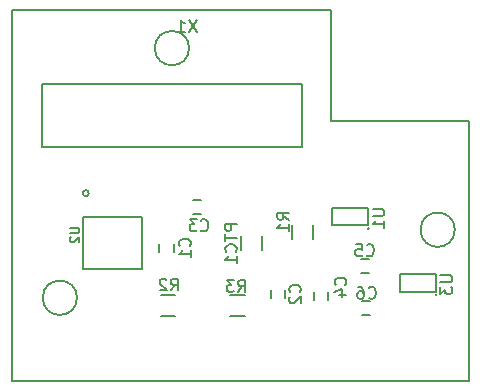
<source format=gbr>
G04 #@! TF.FileFunction,Legend,Bot*
%FSLAX46Y46*%
G04 Gerber Fmt 4.6, Leading zero omitted, Abs format (unit mm)*
G04 Created by KiCad (PCBNEW 4.0.2-stable) date 04/04/2016 12:36:13*
%MOMM*%
G01*
G04 APERTURE LIST*
%ADD10C,0.100000*%
%ADD11C,0.150000*%
%ADD12C,0.203200*%
%ADD13C,0.050000*%
%ADD14C,0.152400*%
G04 APERTURE END LIST*
D10*
D11*
X138272205Y-108370000D02*
G75*
G03X138272205Y-108370000I-1452205J0D01*
G01*
X147762205Y-87232205D02*
G75*
G03X147762205Y-87232205I-1452205J0D01*
G01*
X170260000Y-102610000D02*
G75*
G03X170260000Y-102610000I-1452205J0D01*
G01*
X138272205Y-108370000D02*
G75*
G03X138272205Y-108370000I-1452205J0D01*
G01*
X157300000Y-95600000D02*
X135300000Y-95600000D01*
X157300000Y-90300000D02*
X157300000Y-95600000D01*
X135300000Y-90300000D02*
X157300000Y-90300000D01*
X135300000Y-95600000D02*
X135300000Y-90300000D01*
X171500000Y-115400000D02*
X132800000Y-115400000D01*
X171500000Y-115200000D02*
X171500000Y-115400000D01*
X171500000Y-111400000D02*
X171500000Y-115200000D01*
X171500000Y-103100000D02*
X171500000Y-111400000D01*
X171500000Y-93400000D02*
X171500000Y-103100000D01*
X159800000Y-93400000D02*
X171500000Y-93400000D01*
X159800000Y-84000000D02*
X159800000Y-93400000D01*
X132800000Y-84000000D02*
X159800000Y-84000000D01*
X132800000Y-84400000D02*
X132800000Y-84000000D01*
X132800000Y-85400000D02*
X132800000Y-84400000D01*
X132800000Y-115400000D02*
X132800000Y-85400000D01*
D12*
X139268200Y-99517200D02*
G75*
G03X139268200Y-99517200I-254000J0D01*
G01*
X138800840Y-105907840D02*
X138800840Y-101508560D01*
X138800840Y-101508560D02*
X143799560Y-101508560D01*
X143799560Y-101508560D02*
X143799560Y-105907840D01*
X143799560Y-105907840D02*
X138800840Y-105907840D01*
D11*
X153910000Y-104333600D02*
X153910000Y-103133600D01*
X152160000Y-103133600D02*
X152160000Y-104333600D01*
X158253400Y-103393800D02*
X158253400Y-102193800D01*
X156503400Y-102193800D02*
X156503400Y-103393800D01*
X145348400Y-109891800D02*
X146548400Y-109891800D01*
X146548400Y-108141800D02*
X145348400Y-108141800D01*
X151266600Y-109891800D02*
X152466600Y-109891800D01*
X152466600Y-108141800D02*
X151266600Y-108141800D01*
D13*
X163040000Y-102543000D02*
G75*
G03X163040000Y-102543000I-100000J0D01*
G01*
D11*
X162940000Y-100793000D02*
X159840000Y-100793000D01*
X162940000Y-102243000D02*
X162940000Y-100793000D01*
X159840000Y-102243000D02*
X159840000Y-100793000D01*
X162940000Y-102243000D02*
X159840000Y-102243000D01*
D13*
X168780400Y-108142600D02*
G75*
G03X168780400Y-108142600I-100000J0D01*
G01*
D11*
X168680400Y-106392600D02*
X165580400Y-106392600D01*
X168680400Y-107842600D02*
X168680400Y-106392600D01*
X165580400Y-107842600D02*
X165580400Y-106392600D01*
X168680400Y-107842600D02*
X165580400Y-107842600D01*
X145246800Y-103790000D02*
X145246800Y-104490000D01*
X146446800Y-104490000D02*
X146446800Y-103790000D01*
X155870200Y-108427000D02*
X155870200Y-107727000D01*
X154670200Y-107727000D02*
X154670200Y-108427000D01*
X148762200Y-100085600D02*
X148062200Y-100085600D01*
X148062200Y-101285600D02*
X148762200Y-101285600D01*
X159527800Y-108579400D02*
X159527800Y-107879400D01*
X158327800Y-107879400D02*
X158327800Y-108579400D01*
X162286200Y-106264000D02*
X162986200Y-106264000D01*
X162986200Y-105064000D02*
X162286200Y-105064000D01*
X162413200Y-109870800D02*
X163113200Y-109870800D01*
X163113200Y-108670800D02*
X162413200Y-108670800D01*
D14*
X137682514Y-102467229D02*
X138299371Y-102467229D01*
X138371943Y-102503514D01*
X138408229Y-102539800D01*
X138444514Y-102612371D01*
X138444514Y-102757514D01*
X138408229Y-102830086D01*
X138371943Y-102866371D01*
X138299371Y-102902657D01*
X137682514Y-102902657D01*
X137755086Y-103229229D02*
X137718800Y-103265515D01*
X137682514Y-103338086D01*
X137682514Y-103519515D01*
X137718800Y-103592086D01*
X137755086Y-103628372D01*
X137827657Y-103664657D01*
X137900229Y-103664657D01*
X138009086Y-103628372D01*
X138444514Y-103192943D01*
X138444514Y-103664657D01*
D11*
X151810981Y-102139952D02*
X150810981Y-102139952D01*
X150810981Y-102520905D01*
X150858600Y-102616143D01*
X150906219Y-102663762D01*
X151001457Y-102711381D01*
X151144314Y-102711381D01*
X151239552Y-102663762D01*
X151287171Y-102616143D01*
X151334790Y-102520905D01*
X151334790Y-102139952D01*
X150810981Y-102997095D02*
X150810981Y-103568524D01*
X151810981Y-103282809D02*
X150810981Y-103282809D01*
X151715743Y-104473286D02*
X151763362Y-104425667D01*
X151810981Y-104282810D01*
X151810981Y-104187572D01*
X151763362Y-104044714D01*
X151668124Y-103949476D01*
X151572886Y-103901857D01*
X151382410Y-103854238D01*
X151239552Y-103854238D01*
X151049076Y-103901857D01*
X150953838Y-103949476D01*
X150858600Y-104044714D01*
X150810981Y-104187572D01*
X150810981Y-104282810D01*
X150858600Y-104425667D01*
X150906219Y-104473286D01*
X151810981Y-105425667D02*
X151810981Y-104854238D01*
X151810981Y-105139952D02*
X150810981Y-105139952D01*
X150953838Y-105044714D01*
X151049076Y-104949476D01*
X151096695Y-104854238D01*
X156230581Y-101763534D02*
X155754390Y-101430200D01*
X156230581Y-101192105D02*
X155230581Y-101192105D01*
X155230581Y-101573058D01*
X155278200Y-101668296D01*
X155325819Y-101715915D01*
X155421057Y-101763534D01*
X155563914Y-101763534D01*
X155659152Y-101715915D01*
X155706771Y-101668296D01*
X155754390Y-101573058D01*
X155754390Y-101192105D01*
X156230581Y-102715915D02*
X156230581Y-102144486D01*
X156230581Y-102430200D02*
X155230581Y-102430200D01*
X155373438Y-102334962D01*
X155468676Y-102239724D01*
X155516295Y-102144486D01*
X146216666Y-107741981D02*
X146550000Y-107265790D01*
X146788095Y-107741981D02*
X146788095Y-106741981D01*
X146407142Y-106741981D01*
X146311904Y-106789600D01*
X146264285Y-106837219D01*
X146216666Y-106932457D01*
X146216666Y-107075314D01*
X146264285Y-107170552D01*
X146311904Y-107218171D01*
X146407142Y-107265790D01*
X146788095Y-107265790D01*
X145835714Y-106837219D02*
X145788095Y-106789600D01*
X145692857Y-106741981D01*
X145454761Y-106741981D01*
X145359523Y-106789600D01*
X145311904Y-106837219D01*
X145264285Y-106932457D01*
X145264285Y-107027695D01*
X145311904Y-107170552D01*
X145883333Y-107741981D01*
X145264285Y-107741981D01*
X151906266Y-107868981D02*
X152239600Y-107392790D01*
X152477695Y-107868981D02*
X152477695Y-106868981D01*
X152096742Y-106868981D01*
X152001504Y-106916600D01*
X151953885Y-106964219D01*
X151906266Y-107059457D01*
X151906266Y-107202314D01*
X151953885Y-107297552D01*
X152001504Y-107345171D01*
X152096742Y-107392790D01*
X152477695Y-107392790D01*
X151572933Y-106868981D02*
X150953885Y-106868981D01*
X151287219Y-107249933D01*
X151144361Y-107249933D01*
X151049123Y-107297552D01*
X151001504Y-107345171D01*
X150953885Y-107440410D01*
X150953885Y-107678505D01*
X151001504Y-107773743D01*
X151049123Y-107821362D01*
X151144361Y-107868981D01*
X151430076Y-107868981D01*
X151525314Y-107821362D01*
X151572933Y-107773743D01*
X163292381Y-100881095D02*
X164101905Y-100881095D01*
X164197143Y-100928714D01*
X164244762Y-100976333D01*
X164292381Y-101071571D01*
X164292381Y-101262048D01*
X164244762Y-101357286D01*
X164197143Y-101404905D01*
X164101905Y-101452524D01*
X163292381Y-101452524D01*
X164292381Y-102452524D02*
X164292381Y-101881095D01*
X164292381Y-102166809D02*
X163292381Y-102166809D01*
X163435238Y-102071571D01*
X163530476Y-101976333D01*
X163578095Y-101881095D01*
X169032781Y-106480695D02*
X169842305Y-106480695D01*
X169937543Y-106528314D01*
X169985162Y-106575933D01*
X170032781Y-106671171D01*
X170032781Y-106861648D01*
X169985162Y-106956886D01*
X169937543Y-107004505D01*
X169842305Y-107052124D01*
X169032781Y-107052124D01*
X169032781Y-107433076D02*
X169032781Y-108052124D01*
X169413733Y-107718790D01*
X169413733Y-107861648D01*
X169461352Y-107956886D01*
X169508971Y-108004505D01*
X169604210Y-108052124D01*
X169842305Y-108052124D01*
X169937543Y-108004505D01*
X169985162Y-107956886D01*
X170032781Y-107861648D01*
X170032781Y-107575933D01*
X169985162Y-107480695D01*
X169937543Y-107433076D01*
X147804143Y-103973334D02*
X147851762Y-103925715D01*
X147899381Y-103782858D01*
X147899381Y-103687620D01*
X147851762Y-103544762D01*
X147756524Y-103449524D01*
X147661286Y-103401905D01*
X147470810Y-103354286D01*
X147327952Y-103354286D01*
X147137476Y-103401905D01*
X147042238Y-103449524D01*
X146947000Y-103544762D01*
X146899381Y-103687620D01*
X146899381Y-103782858D01*
X146947000Y-103925715D01*
X146994619Y-103973334D01*
X147899381Y-104925715D02*
X147899381Y-104354286D01*
X147899381Y-104640000D02*
X146899381Y-104640000D01*
X147042238Y-104544762D01*
X147137476Y-104449524D01*
X147185095Y-104354286D01*
X157125943Y-107884934D02*
X157173562Y-107837315D01*
X157221181Y-107694458D01*
X157221181Y-107599220D01*
X157173562Y-107456362D01*
X157078324Y-107361124D01*
X156983086Y-107313505D01*
X156792610Y-107265886D01*
X156649752Y-107265886D01*
X156459276Y-107313505D01*
X156364038Y-107361124D01*
X156268800Y-107456362D01*
X156221181Y-107599220D01*
X156221181Y-107694458D01*
X156268800Y-107837315D01*
X156316419Y-107884934D01*
X156316419Y-108265886D02*
X156268800Y-108313505D01*
X156221181Y-108408743D01*
X156221181Y-108646839D01*
X156268800Y-108742077D01*
X156316419Y-108789696D01*
X156411657Y-108837315D01*
X156506895Y-108837315D01*
X156649752Y-108789696D01*
X157221181Y-108218267D01*
X157221181Y-108837315D01*
X148756666Y-102642943D02*
X148804285Y-102690562D01*
X148947142Y-102738181D01*
X149042380Y-102738181D01*
X149185238Y-102690562D01*
X149280476Y-102595324D01*
X149328095Y-102500086D01*
X149375714Y-102309610D01*
X149375714Y-102166752D01*
X149328095Y-101976276D01*
X149280476Y-101881038D01*
X149185238Y-101785800D01*
X149042380Y-101738181D01*
X148947142Y-101738181D01*
X148804285Y-101785800D01*
X148756666Y-101833419D01*
X148423333Y-101738181D02*
X147804285Y-101738181D01*
X148137619Y-102119133D01*
X147994761Y-102119133D01*
X147899523Y-102166752D01*
X147851904Y-102214371D01*
X147804285Y-102309610D01*
X147804285Y-102547705D01*
X147851904Y-102642943D01*
X147899523Y-102690562D01*
X147994761Y-102738181D01*
X148280476Y-102738181D01*
X148375714Y-102690562D01*
X148423333Y-102642943D01*
X160986743Y-107275334D02*
X161034362Y-107227715D01*
X161081981Y-107084858D01*
X161081981Y-106989620D01*
X161034362Y-106846762D01*
X160939124Y-106751524D01*
X160843886Y-106703905D01*
X160653410Y-106656286D01*
X160510552Y-106656286D01*
X160320076Y-106703905D01*
X160224838Y-106751524D01*
X160129600Y-106846762D01*
X160081981Y-106989620D01*
X160081981Y-107084858D01*
X160129600Y-107227715D01*
X160177219Y-107275334D01*
X160415314Y-108132477D02*
X161081981Y-108132477D01*
X160034362Y-107894381D02*
X160748648Y-107656286D01*
X160748648Y-108275334D01*
X162802866Y-104751143D02*
X162850485Y-104798762D01*
X162993342Y-104846381D01*
X163088580Y-104846381D01*
X163231438Y-104798762D01*
X163326676Y-104703524D01*
X163374295Y-104608286D01*
X163421914Y-104417810D01*
X163421914Y-104274952D01*
X163374295Y-104084476D01*
X163326676Y-103989238D01*
X163231438Y-103894000D01*
X163088580Y-103846381D01*
X162993342Y-103846381D01*
X162850485Y-103894000D01*
X162802866Y-103941619D01*
X161898104Y-103846381D02*
X162374295Y-103846381D01*
X162421914Y-104322571D01*
X162374295Y-104274952D01*
X162279057Y-104227333D01*
X162040961Y-104227333D01*
X161945723Y-104274952D01*
X161898104Y-104322571D01*
X161850485Y-104417810D01*
X161850485Y-104655905D01*
X161898104Y-104751143D01*
X161945723Y-104798762D01*
X162040961Y-104846381D01*
X162279057Y-104846381D01*
X162374295Y-104798762D01*
X162421914Y-104751143D01*
X162955266Y-108357943D02*
X163002885Y-108405562D01*
X163145742Y-108453181D01*
X163240980Y-108453181D01*
X163383838Y-108405562D01*
X163479076Y-108310324D01*
X163526695Y-108215086D01*
X163574314Y-108024610D01*
X163574314Y-107881752D01*
X163526695Y-107691276D01*
X163479076Y-107596038D01*
X163383838Y-107500800D01*
X163240980Y-107453181D01*
X163145742Y-107453181D01*
X163002885Y-107500800D01*
X162955266Y-107548419D01*
X162098123Y-107453181D02*
X162288600Y-107453181D01*
X162383838Y-107500800D01*
X162431457Y-107548419D01*
X162526695Y-107691276D01*
X162574314Y-107881752D01*
X162574314Y-108262705D01*
X162526695Y-108357943D01*
X162479076Y-108405562D01*
X162383838Y-108453181D01*
X162193361Y-108453181D01*
X162098123Y-108405562D01*
X162050504Y-108357943D01*
X162002885Y-108262705D01*
X162002885Y-108024610D01*
X162050504Y-107929371D01*
X162098123Y-107881752D01*
X162193361Y-107834133D01*
X162383838Y-107834133D01*
X162479076Y-107881752D01*
X162526695Y-107929371D01*
X162574314Y-108024610D01*
X148393124Y-84848781D02*
X147726457Y-85848781D01*
X147726457Y-84848781D02*
X148393124Y-85848781D01*
X146821695Y-85848781D02*
X147393124Y-85848781D01*
X147107410Y-85848781D02*
X147107410Y-84848781D01*
X147202648Y-84991638D01*
X147297886Y-85086876D01*
X147393124Y-85134495D01*
M02*

</source>
